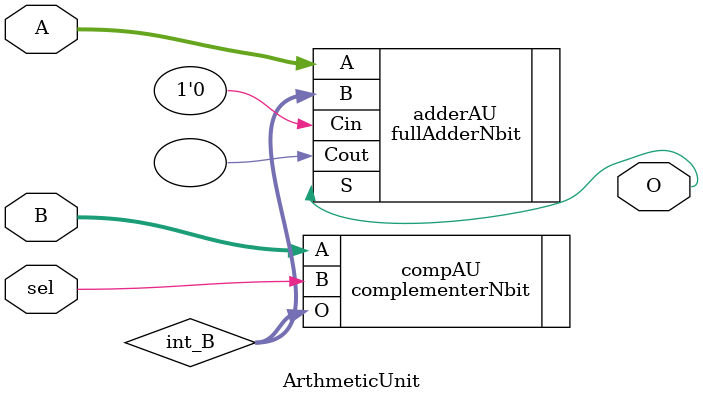
<source format=sv>
module ArthmeticUnit(
	input wire [7:0] A,B,
	input wire sel,
	output wire O
	);
	
	wire [7:0] int_B;
	
	complementerNbit #(8) compAU(
		.A(B),
		.B(sel),
		.O(int_B)
		);
	
	fullAdderNbit #(8) adderAU(
		.A(A),
		.B(int_B),
		.Cin(1'b0),
		.Cout(),
		.S(O)
		);
endmodule
	
</source>
